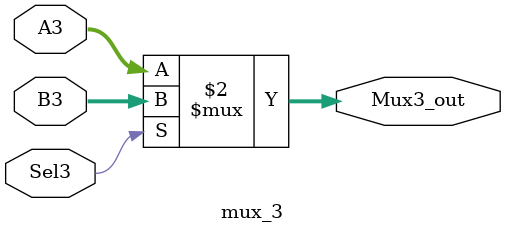
<source format=v>
module mux_1( Sel1 , A1 , B1 , Mux1_out);
    input Sel1;
    input [31:0] A1,B1;
    output [31:0] Mux1_out;

    assign Mux1_out = (Sel1==1'b0)? A1 : B1;

endmodule 

// Multiplexer 2
module mux_2 ( Sel2 , A2 , B2 , Mux2_out);
    input Sel2;
    input [31:0] A2,B2;
    output [31:0] Mux2_out;

    assign Mux2_out = (Sel2==1'b0)? A2 : B2;
endmodule 

// Multiplexer 3
module mux_3 ( Sel3 , A3 , B3 , Mux3_out);
    input Sel3;
    input [31:0] A3,B3;
    output [31:0] Mux3_out;

    assign Mux3_out = (Sel3==1'b0)? A3 : B3;
endmodule 


</source>
